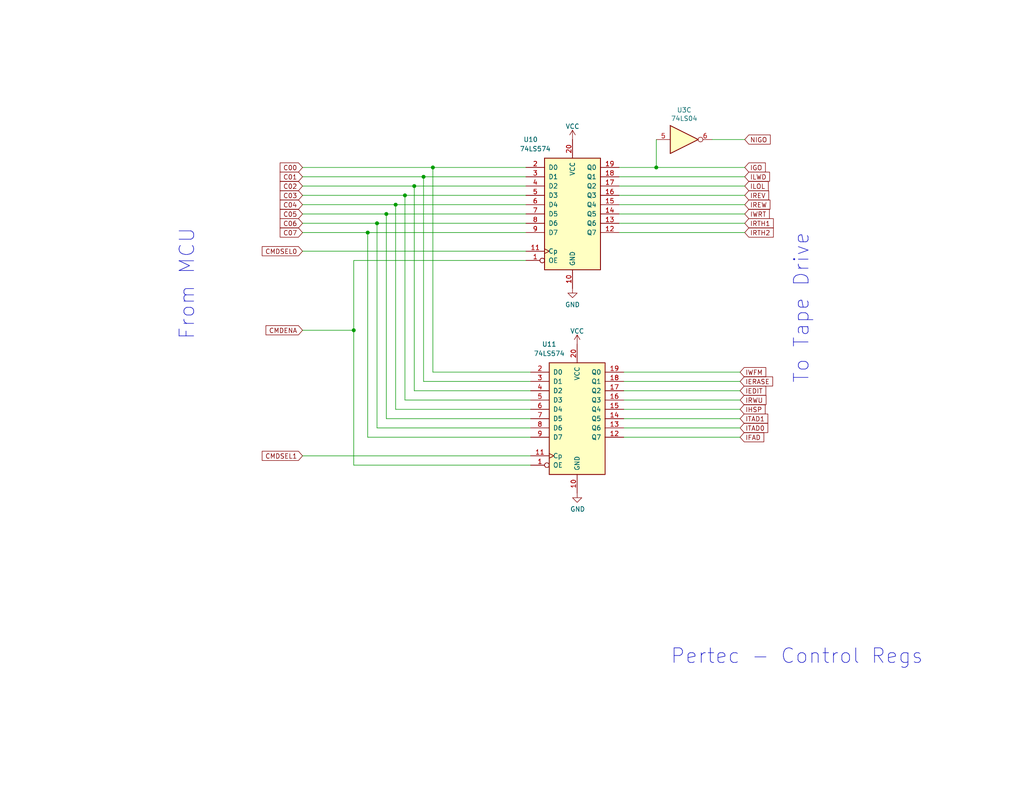
<source format=kicad_sch>
(kicad_sch (version 20211123) (generator eeschema)
  (paper "A")
  (title_block (title "Pertec Controller - Command Registers") (date "2022-10-12") (rev "0.2"))
  (lib_symbols
    (symbol "74xx:74LS04"
      (property "Reference" "U" (at 0 1.27 0))
      (property "Value" "74LS04" (at 0 -1.27 0))
      (symbol "74LS04_1_0"
        (polyline (pts (xy -3.81 3.81) (xy -3.81 -3.81) (xy 3.81 0) (xy -3.81 3.81)) (stroke (width 0.254)) (fill (type background)))
        (pin input line (at -7.62 0 0) (length 3.81) (name "~") (number "1"))
        (pin output inverted (at 7.62 0 180) (length 3.81) (name "~") (number "2"))
      )
      (symbol "74LS04_2_0"
        (polyline (pts (xy -3.81 3.81) (xy -3.81 -3.81) (xy 3.81 0) (xy -3.81 3.81)) (stroke (width 0.254)) (fill (type background)))
        (pin input line (at -7.62 0 0) (length 3.81) (name "~") (number "3"))
        (pin output inverted (at 7.62 0 180) (length 3.81) (name "~") (number "4"))
      )
      (symbol "74LS04_3_0"
        (polyline (pts (xy -3.81 3.81) (xy -3.81 -3.81) (xy 3.81 0) (xy -3.81 3.81)) (stroke (width 0.254)) (fill (type background)))
        (pin input line (at -7.62 0 0) (length 3.81) (name "~") (number "5"))
        (pin output inverted (at 7.62 0 180) (length 3.81) (name "~") (number "6"))
      )
      (symbol "74LS04_4_0"
        (polyline (pts (xy -3.81 3.81) (xy -3.81 -3.81) (xy 3.81 0) (xy -3.81 3.81)) (stroke (width 0.254)) (fill (type background)))
        (pin output inverted (at 7.62 0 180) (length 3.81) (name "~") (number "8"))
        (pin input line (at -7.62 0 0) (length 3.81) (name "~") (number "9"))
      )
      (symbol "74LS04_5_0"
        (polyline (pts (xy -3.81 3.81) (xy -3.81 -3.81) (xy 3.81 0) (xy -3.81 3.81)) (stroke (width 0.254)) (fill (type background)))
        (pin output inverted (at 7.62 0 180) (length 3.81) (name "~") (number "10"))
        (pin input line (at -7.62 0 0) (length 3.81) (name "~") (number "11"))
      )
      (symbol "74LS04_6_0"
        (polyline (pts (xy -3.81 3.81) (xy -3.81 -3.81) (xy 3.81 0) (xy -3.81 3.81)) (stroke (width 0.254)) (fill (type background)))
        (pin output inverted (at 7.62 0 180) (length 3.81) (name "~") (number "12"))
        (pin input line (at -7.62 0 0) (length 3.81) (name "~") (number "13"))
      )
      (symbol "74LS04_7_0"
        (pin power_in line (at 0 12.7 270) (length 5.08) (name "VCC") (number "14"))
        (pin power_in line (at 0 -12.7 90) (length 5.08) (name "GND") (number "7"))
      )
      (symbol "74LS04_7_1"
        (rectangle (start -5.08 7.62) (end 5.08 -7.62) (stroke (width 0.254)) (fill (type background)))
      )
    )
    (symbol "74xx:74LS574" (pin_names (offset 1.016))
      (property "Reference" "U" (at -7.62 16.51 0))
      (property "Value" "74LS574" (at -7.62 -16.51 0))
      (symbol "74LS574_1_0"
        (pin input inverted (at -12.7 -12.7 0) (length 5.08) (name "OE") (number "1"))
        (pin power_in line (at 0 -20.32 90) (length 5.08) (name "GND") (number "10"))
        (pin input clock (at -12.7 -10.16 0) (length 5.08) (name "Cp") (number "11"))
        (pin tri_state line (at 12.7 -5.08 180) (length 5.08) (name "Q7") (number "12"))
        (pin tri_state line (at 12.7 -2.54 180) (length 5.08) (name "Q6") (number "13"))
        (pin tri_state line (at 12.7 0 180) (length 5.08) (name "Q5") (number "14"))
        (pin tri_state line (at 12.7 2.54 180) (length 5.08) (name "Q4") (number "15"))
        (pin tri_state line (at 12.7 5.08 180) (length 5.08) (name "Q3") (number "16"))
        (pin tri_state line (at 12.7 7.62 180) (length 5.08) (name "Q2") (number "17"))
        (pin tri_state line (at 12.7 10.16 180) (length 5.08) (name "Q1") (number "18"))
        (pin tri_state line (at 12.7 12.7 180) (length 5.08) (name "Q0") (number "19"))
        (pin input line (at -12.7 12.7 0) (length 5.08) (name "D0") (number "2"))
        (pin power_in line (at 0 20.32 270) (length 5.08) (name "VCC") (number "20"))
        (pin input line (at -12.7 10.16 0) (length 5.08) (name "D1") (number "3"))
        (pin input line (at -12.7 7.62 0) (length 5.08) (name "D2") (number "4"))
        (pin input line (at -12.7 5.08 0) (length 5.08) (name "D3") (number "5"))
        (pin input line (at -12.7 2.54 0) (length 5.08) (name "D4") (number "6"))
        (pin input line (at -12.7 0 0) (length 5.08) (name "D5") (number "7"))
        (pin input line (at -12.7 -2.54 0) (length 5.08) (name "D6") (number "8"))
        (pin input line (at -12.7 -5.08 0) (length 5.08) (name "D7") (number "9"))
      )
      (symbol "74LS574_1_1"
        (rectangle (start -7.62 15.24) (end 7.62 -15.24) (stroke (width 0.254)) (fill (type background)))
      )
    )
    (symbol "power:GND" (power) (pin_names (offset 0))
      (property "Value" "GND" (at 0 -3.81 0))
      (symbol "GND_0_1"
        (polyline (pts (xy 0 0) (xy 0 -1.27) (xy 1.27 -1.27) (xy 0 -2.54) (xy -1.27 -1.27) (xy 0 -1.27)))
      )
      (symbol "GND_1_1"
        (pin power_in line (at 0 0 270) (length 0) hide (name "GND") (number "1"))
      )
    )
    (symbol "power:VCC" (power) (pin_names (offset 0))
      (property "Value" "VCC" (at 0 3.81 0))
      (symbol "VCC_0_1"
        (polyline (pts (xy -0.762 1.27) (xy 0 2.54)))
        (polyline (pts (xy 0 0) (xy 0 2.54)))
        (polyline (pts (xy 0 2.54) (xy 0.762 1.27)))
      )
      (symbol "VCC_1_1"
        (pin power_in line (at 0 0 90) (length 0) hide (name "VCC") (number "1"))
      )
    )
  )
  (junction (at 96.52 90.17))
  (junction (at 105.41 58.42))
  (junction (at 102.87 60.96))
  (junction (at 100.33 63.5))
  (junction (at 118.11 45.72))
  (junction (at 179.07 45.72))
  (junction (at 110.49 53.34))
  (junction (at 113.03 50.8))
  (junction (at 115.57 48.26))
  (junction (at 107.95 55.88))
  (wire (pts (xy 144.78 101.6) (xy 118.11 101.6)))
  (wire (pts (xy 168.91 45.72) (xy 179.07 45.72)))
  (wire (pts (xy 100.33 119.38) (xy 100.33 63.5)))
  (wire (pts (xy 170.18 119.38) (xy 201.93 119.38)))
  (wire (pts (xy 170.18 116.84) (xy 201.93 116.84)))
  (wire (pts (xy 201.93 101.6) (xy 170.18 101.6)))
  (wire (pts (xy 168.91 60.96) (xy 203.2 60.96)))
  (wire (pts (xy 115.57 104.14) (xy 115.57 48.26)))
  (wire (pts (xy 82.55 60.96) (xy 102.87 60.96)))
  (wire (pts (xy 170.18 111.76) (xy 201.93 111.76)))
  (wire (pts (xy 144.78 106.68) (xy 113.03 106.68)))
  (wire (pts (xy 118.11 45.72) (xy 143.51 45.72)))
  (wire (pts (xy 82.55 90.17) (xy 96.52 90.17)))
  (wire (pts (xy 144.78 111.76) (xy 107.95 111.76)))
  (wire (pts (xy 113.03 106.68) (xy 113.03 50.8)))
  (wire (pts (xy 102.87 60.96) (xy 143.51 60.96)))
  (wire (pts (xy 110.49 109.22) (xy 110.49 53.34)))
  (wire (pts (xy 107.95 55.88) (xy 143.51 55.88)))
  (wire (pts (xy 82.55 124.46) (xy 144.78 124.46)))
  (wire (pts (xy 96.52 90.17) (xy 96.52 127)))
  (wire (pts (xy 144.78 114.3) (xy 105.41 114.3)))
  (wire (pts (xy 144.78 116.84) (xy 102.87 116.84)))
  (wire (pts (xy 170.18 106.68) (xy 201.93 106.68)))
  (wire (pts (xy 115.57 48.26) (xy 143.51 48.26)))
  (wire (pts (xy 168.91 50.8) (xy 203.2 50.8)))
  (wire (pts (xy 118.11 101.6) (xy 118.11 45.72)))
  (wire (pts (xy 144.78 104.14) (xy 115.57 104.14)))
  (wire (pts (xy 110.49 53.34) (xy 143.51 53.34)))
  (wire (pts (xy 168.91 63.5) (xy 203.2 63.5)))
  (wire (pts (xy 82.55 55.88) (xy 107.95 55.88)))
  (wire (pts (xy 201.93 104.14) (xy 170.18 104.14)))
  (wire (pts (xy 194.31 38.1) (xy 203.2 38.1)))
  (wire (pts (xy 96.52 71.12) (xy 96.52 90.17)))
  (wire (pts (xy 96.52 71.12) (xy 143.51 71.12)))
  (wire (pts (xy 82.55 48.26) (xy 115.57 48.26)))
  (wire (pts (xy 170.18 109.22) (xy 201.93 109.22)))
  (wire (pts (xy 82.55 50.8) (xy 113.03 50.8)))
  (wire (pts (xy 168.91 48.26) (xy 203.2 48.26)))
  (wire (pts (xy 96.52 127) (xy 144.78 127)))
  (wire (pts (xy 179.07 38.1) (xy 179.07 45.72)))
  (wire (pts (xy 107.95 111.76) (xy 107.95 55.88)))
  (wire (pts (xy 105.41 58.42) (xy 143.51 58.42)))
  (wire (pts (xy 113.03 50.8) (xy 143.51 50.8)))
  (wire (pts (xy 105.41 114.3) (xy 105.41 58.42)))
  (wire (pts (xy 144.78 109.22) (xy 110.49 109.22)))
  (wire (pts (xy 82.55 45.72) (xy 118.11 45.72)))
  (wire (pts (xy 82.55 58.42) (xy 105.41 58.42)))
  (wire (pts (xy 82.55 53.34) (xy 110.49 53.34)))
  (wire (pts (xy 102.87 116.84) (xy 102.87 60.96)))
  (wire (pts (xy 82.55 68.58) (xy 143.51 68.58)))
  (wire (pts (xy 100.33 63.5) (xy 143.51 63.5)))
  (wire (pts (xy 82.55 63.5) (xy 100.33 63.5)))
  (wire (pts (xy 168.91 53.34) (xy 203.2 53.34)))
  (wire (pts (xy 144.78 119.38) (xy 100.33 119.38)))
  (wire (pts (xy 168.91 58.42) (xy 203.2 58.42)))
  (wire (pts (xy 168.91 55.88) (xy 203.2 55.88)))
  (wire (pts (xy 179.07 45.72) (xy 203.2 45.72)))
  (wire (pts (xy 170.18 114.3) (xy 201.93 114.3)))
  (text "Pertec - Control Regs" (at 182.88 181.61 0) (effects (font (size 3.9878 3.9878)) (justify left bottom)))
  (text "From MCU" (at 53.34 62.23 270) (effects (font (size 3.9878 3.9878)) (justify right bottom)))
  (text "To Tape Drive" (at 220.98 63.5 270) (effects (font (size 3.9878 3.9878)) (justify right bottom)))
  (global_label "IREV" (shape input) (at 203.2 53.34 0) (property "Intersheet References" "${INTERSHEET_REFS}" (effects hide)))
  (global_label "ITAD1" (shape input) (at 201.93 114.3 0) (property "Intersheet References" "${INTERSHEET_REFS}" (effects hide)))
  (global_label "IWRT" (shape input) (at 203.2 58.42 0) (property "Intersheet References" "${INTERSHEET_REFS}" (effects hide)))
  (global_label "C04" (shape input) (at 82.55 55.88 180) (property "Intersheet References" "${INTERSHEET_REFS}" (effects hide)))
  (global_label "IGO" (shape input) (at 203.2 45.72 0) (property "Intersheet References" "${INTERSHEET_REFS}" (effects hide)))
  (global_label "CMDENA" (shape input) (at 82.55 90.17 180) (property "Intersheet References" "${INTERSHEET_REFS}" (effects hide)))
  (global_label "IERASE" (shape input) (at 201.93 104.14 0) (property "Intersheet References" "${INTERSHEET_REFS}" (effects hide)))
  (global_label "ILOL" (shape input) (at 203.2 50.8 0) (property "Intersheet References" "${INTERSHEET_REFS}" (effects hide)))
  (global_label "C03" (shape input) (at 82.55 53.34 180) (property "Intersheet References" "${INTERSHEET_REFS}" (effects hide)))
  (global_label "NIGO" (shape input) (at 203.2 38.1 0) (property "Intersheet References" "${INTERSHEET_REFS}" (effects hide)))
  (global_label "IFAD" (shape input) (at 201.93 119.38 0) (property "Intersheet References" "${INTERSHEET_REFS}" (effects hide)))
  (global_label "ILWD" (shape input) (at 203.2 48.26 0) (property "Intersheet References" "${INTERSHEET_REFS}" (effects hide)))
  (global_label "IWFM" (shape input) (at 201.93 101.6 0) (property "Intersheet References" "${INTERSHEET_REFS}" (effects hide)))
  (global_label "IREW" (shape input) (at 203.2 55.88 0) (property "Intersheet References" "${INTERSHEET_REFS}" (effects hide)))
  (global_label "IEDIT" (shape input) (at 201.93 106.68 0) (property "Intersheet References" "${INTERSHEET_REFS}" (effects hide)))
  (global_label "CMDSEL0" (shape input) (at 82.55 68.58 180) (property "Intersheet References" "${INTERSHEET_REFS}" (effects hide)))
  (global_label "IRWU" (shape input) (at 201.93 109.22 0) (property "Intersheet References" "${INTERSHEET_REFS}" (effects hide)))
  (global_label "C05" (shape input) (at 82.55 58.42 180) (property "Intersheet References" "${INTERSHEET_REFS}" (effects hide)))
  (global_label "C01" (shape input) (at 82.55 48.26 180) (property "Intersheet References" "${INTERSHEET_REFS}" (effects hide)))
  (global_label "IRTH1" (shape input) (at 203.2 60.96 0) (property "Intersheet References" "${INTERSHEET_REFS}" (effects hide)))
  (global_label "IRTH2" (shape input) (at 203.2 63.5 0) (property "Intersheet References" "${INTERSHEET_REFS}" (effects hide)))
  (global_label "CMDSEL1" (shape input) (at 82.55 124.46 180) (property "Intersheet References" "${INTERSHEET_REFS}" (effects hide)))
  (global_label "C07" (shape input) (at 82.55 63.5 180) (property "Intersheet References" "${INTERSHEET_REFS}" (effects hide)))
  (global_label "IHSP" (shape input) (at 201.93 111.76 0) (property "Intersheet References" "${INTERSHEET_REFS}" (effects hide)))
  (global_label "C06" (shape input) (at 82.55 60.96 180) (property "Intersheet References" "${INTERSHEET_REFS}" (effects hide)))
  (global_label "C00" (shape input) (at 82.55 45.72 180) (property "Intersheet References" "${INTERSHEET_REFS}" (effects hide)))
  (global_label "ITAD0" (shape input) (at 201.93 116.84 0) (property "Intersheet References" "${INTERSHEET_REFS}" (effects hide)))
  (global_label "C02" (shape input) (at 82.55 50.8 180) (property "Intersheet References" "${INTERSHEET_REFS}" (effects hide)))
  (symbol (lib_id "74xx:74LS04") (at 186.69 38.1 0) (unit 3)
    (property "Reference" "U3" (at 186.69 30.0482 0))
    (property "Value" "74LS04" (at 186.69 32.3596 0))
    (property "Footprint" "Package_DIP:DIP-14_W7.62mm" (effects hide))
    (property "Datasheet" "http://www.ti.com/lit/gpn/sn74LS04" (effects hide))
  )
  (symbol (lib_id "74xx:74LS574") (at 156.21 58.42 0) (unit 1)
    (property "Reference" "U10" (at 144.78 38.1 0))
    (property "Value" "74LS574" (at 146.05 40.64 0))
    (property "Footprint" "Package_DIP:DIP-20_W7.62mm" (effects hide))
    (property "Datasheet" "http://www.ti.com/lit/gpn/sn74LS574" (effects hide))
  )
  (symbol (lib_id "74xx:74LS574") (at 157.48 114.3 0) (unit 1)
    (property "Reference" "U11" (at 149.86 93.98 0))
    (property "Value" "74LS574" (at 149.86 96.52 0))
    (property "Footprint" "Package_DIP:DIP-20_W7.62mm" (effects hide))
    (property "Datasheet" "http://www.ti.com/lit/gpn/sn74LS574" (effects hide))
  )
  (symbol (lib_id "power:GND") (at 157.48 134.62 0) (unit 1)
    (property "Reference" "#PWR0133" (effects hide))
    (property "Value" "GND" (at 157.607 139.0142 0))
  )
  (symbol (lib_id "power:VCC") (at 156.21 38.1 0) (unit 1)
    (property "Reference" "#PWR03" (effects hide))
    (property "Value" "VCC" (at 156.21 34.5242 0))
  )
  (symbol (lib_id "power:VCC") (at 157.48 93.98 0) (unit 1)
    (property "Reference" "#PWR0132" (effects hide))
    (property "Value" "VCC" (at 157.48 90.4042 0))
  )
  (symbol (lib_id "power:GND") (at 156.21 78.74 0) (unit 1)
    (property "Reference" "#PWR04" (effects hide))
    (property "Value" "GND" (at 156.21 83.1834 0))
  )
)
</source>
